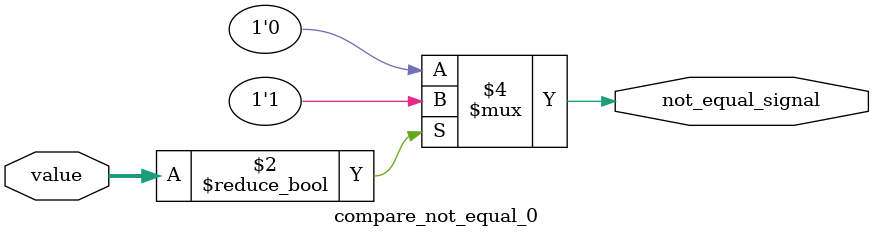
<source format=v>
`timescale 1ns / 1ps



// Slot 2 of the long instruction
//opcode (1) - (=1 if load new address)
//base_addr_read_IB     (8)
//base_addr_read_KSP    (8)
//base_addr_write_OSP   (8)
//base_addr_read_OSP    (8)
//base_addr_write_OB    (8)
//base_addr_read_OB     (8)
//base_addr_read_BSP    (8)
//base_addr_write_FCSP  (8)
//base_addr_read_FCSP   (8)

// Manual
// Step 1: Set break point (sbp)
// Step 2: Set offset (sof)
// Step 3: Set iteration (sit)
// Step 4: Run

module agu #(
    parameter SCRATCHPAD_SIZE = 64
)(
    // INPUT
    input wire clk,
    input wire rst,
    input wire run_en,
    input wire sit_en,
    input wire sbp_en,
    input wire sof_en,
    input wire [8:0] offset,
    input wire [8:0] PC,
    
    input wire new_base_addr,
    input wire [$clog2(SCRATCHPAD_SIZE)-1:0] base_addr_read_IB,
    input wire [$clog2(SCRATCHPAD_SIZE)-1:0] base_addr_read_KSP,
    input wire [$clog2(SCRATCHPAD_SIZE)-1:0] base_addr_write_OSP,
    input wire [$clog2(SCRATCHPAD_SIZE)-1:0] base_addr_read_OSP,
    input wire [$clog2(SCRATCHPAD_SIZE)-1:0] base_addr_write_OB,
    input wire [$clog2(SCRATCHPAD_SIZE)-1:0] base_addr_read_OB,
    input wire [$clog2(SCRATCHPAD_SIZE)-1:0] base_addr_read_BSP,
    input wire [$clog2(SCRATCHPAD_SIZE)-1:0] base_addr_write_FCSP,
    input wire [$clog2(SCRATCHPAD_SIZE)-1:0] base_addr_read_FCSP,
    
    // OUTPUT
    output wire [$clog2(SCRATCHPAD_SIZE)-1:0] addr_read_IB,
    output wire [$clog2(SCRATCHPAD_SIZE)-1:0] addr_read_KSP,
    output wire [$clog2(SCRATCHPAD_SIZE)-1:0] addr_write_OSP,
    output wire [$clog2(SCRATCHPAD_SIZE)-1:0] addr_read_OSP,
    output wire [$clog2(SCRATCHPAD_SIZE)-1:0] addr_write_OB,
    output wire [$clog2(SCRATCHPAD_SIZE)-1:0] addr_read_OB,
    output wire [$clog2(SCRATCHPAD_SIZE)-1:0] addr_read_BSP,
    output wire [$clog2(SCRATCHPAD_SIZE)-1:0] addr_write_FCSP,
    output wire [$clog2(SCRATCHPAD_SIZE)-1:0] addr_read_FCSP,
    
    output reg select_next_PC,
    output wire [8:0] PC_start,
    output reg n_active
);
    
    reg [$clog2(SCRATCHPAD_SIZE)-1:0] IB_read_reg;
    reg [$clog2(SCRATCHPAD_SIZE)-1:0] KSP_read_reg;
    reg [$clog2(SCRATCHPAD_SIZE)-1:0] OSP_write_reg;
    reg [$clog2(SCRATCHPAD_SIZE)-1:0] OSP_read_reg;
    reg [$clog2(SCRATCHPAD_SIZE)-1:0] OB_write_reg;
    reg [$clog2(SCRATCHPAD_SIZE)-1:0] OB_read_reg;
    reg [$clog2(SCRATCHPAD_SIZE)-1:0] BSP_read_reg;
    reg [$clog2(SCRATCHPAD_SIZE)-1:0] FCSP_write_reg;
    reg [$clog2(SCRATCHPAD_SIZE)-1:0] FCSP_read_reg;
    
    reg [8:0] flag;
    reg [8:0] iteration;
    reg [8:0] pc_loop;
    reg [8:0] pc_start;
    wire not_equal_signal;
    wire [8:0] select;
    wire [$clog2(SCRATCHPAD_SIZE)-1:0] new_address_read_IB;
    wire [$clog2(SCRATCHPAD_SIZE)-1:0] new_address_read_KSP;
    wire [$clog2(SCRATCHPAD_SIZE)-1:0] new_address_write_OSP;
    wire [$clog2(SCRATCHPAD_SIZE)-1:0] new_address_read_OSP;
    wire [$clog2(SCRATCHPAD_SIZE)-1:0] new_address_write_OB;
    wire [$clog2(SCRATCHPAD_SIZE)-1:0] new_address_read_OB;
    wire [$clog2(SCRATCHPAD_SIZE)-1:0] new_address_read_BSP;
    wire [$clog2(SCRATCHPAD_SIZE)-1:0] new_address_write_FCSP;
    wire [$clog2(SCRATCHPAD_SIZE)-1:0] new_address_read_FCSP;
    wire enable_counter;
    assign addr_read_IB = IB_read_reg;
    assign addr_read_KSP = KSP_read_reg;
    assign addr_write_OSP = OSP_write_reg;
    assign addr_read_OSP = OSP_read_reg;
    assign addr_write_OB = OB_write_reg;
    assign addr_read_OB = OB_read_reg;
    assign addr_read_BSP = BSP_read_reg;
    assign addr_write_FCSP = FCSP_write_reg;
    assign addr_read_FCSP = FCSP_read_reg;
//    reg [7:0] bufadd;
    reg iter_end;
    reg not_add_new;
    reg [7:0] add_buf;
    always @(posedge clk or posedge rst) begin
        if(rst) begin
            flag <= 0;
            pc_loop <= 0;
            iteration <= 0;
            pc_start <= 0;
            not_add_new <= 0;
//            iter_end <= 0;
            add_buf <= 0;
            n_active <= 0;
            iter_end = 0;
        end
        
        else if(iteration == 0 && (PC == pc_loop)) add_buf = 0;

        
        // set flag
        else if(sof_en) begin
            flag <= offset; 
            n_active <= 1;
        end
        // turn off flag when finish counting
        else if(run_en && not_equal_signal == 0) begin
            flag <= 0; //reset after finishing loop
            n_active <= 1;
        end
        // set pc loop
        else if(sbp_en) begin
            pc_start <= PC + 3;
            pc_loop <= PC + 3 + offset; 
            n_active <= 1;
        end
        // set iteration
        else if(sit_en) begin
            iteration <= offset; 
            n_active <= 1;
        end
        // run counter
        else if(run_en) 
            if(pc_loop - 2 == PC) n_active <= 1;
//            else n_active = 0;
            
            else begin            
                n_active <= 0;
                if(iteration > 0 && reach_bp) begin
                    iteration = iteration - 1; 
                    add_buf = add_buf + 1;
                    not_add_new = 1;
//                    if(iteration == 0 && !n_active) iter_end = 1;
//                    else if(iteration == 0 && n_active) iter_end = 0;
                end
                else if(iteration == 0) begin
                    not_add_new = 0;
//                    add_buf = 0;
                end
            end
            
        else n_active = 0;
    end
//    always @(posedge clk or posedge rst) begin
//        if(rst) iter_end = 0;
//        else begin
//            if(iteration == 0 && (PC == pc_loop)) iter_end = 1;
//            else iter_end = 0;
//        end
//    end
    // compare (Not equal block)
    compare_not_equal_0 cmp(.value(iteration), .not_equal_signal(not_equal_signal)); 
    
    
    // create select offset signal for adder
    assign select = flag & {9{not_equal_signal}};
    
    // select source to write address register
    adder #(.SCRATCHPAD_SIZE(SCRATCHPAD_SIZE)) a0(IB_read_reg   , base_addr_read_IB   , new_base_addr, select[0], new_address_read_IB   , reach_bp, not_add_new, iter_end, add_buf);
    adder #(.SCRATCHPAD_SIZE(SCRATCHPAD_SIZE)) a1(KSP_read_reg  , base_addr_read_KSP  , new_base_addr, select[1], new_address_read_KSP  , reach_bp, not_add_new, iter_end, add_buf);
    adder #(.SCRATCHPAD_SIZE(SCRATCHPAD_SIZE)) a2(OSP_write_reg , base_addr_write_OSP , new_base_addr, select[2], new_address_write_OSP , reach_bp, not_add_new, iter_end, add_buf);
    adder #(.SCRATCHPAD_SIZE(SCRATCHPAD_SIZE)) a3(OSP_read_reg  , base_addr_read_OSP  , new_base_addr, select[3], new_address_read_OSP  , reach_bp, not_add_new, iter_end, add_buf);
    adder #(.SCRATCHPAD_SIZE(SCRATCHPAD_SIZE)) a4(OB_write_reg  , base_addr_write_OB  , new_base_addr, select[4], new_address_write_OB  , reach_bp, not_add_new, iter_end, add_buf);
    adder #(.SCRATCHPAD_SIZE(SCRATCHPAD_SIZE)) a5(OB_read_reg   , base_addr_read_OB   , new_base_addr, select[5], new_address_read_OB   , reach_bp, not_add_new, iter_end, add_buf);
    adder #(.SCRATCHPAD_SIZE(SCRATCHPAD_SIZE)) a6(BSP_read_reg  , base_addr_read_BSP  , new_base_addr, select[6], new_address_read_BSP  , reach_bp, not_add_new, iter_end, add_buf);
    adder #(.SCRATCHPAD_SIZE(SCRATCHPAD_SIZE)) a7(FCSP_write_reg, base_addr_write_FCSP, new_base_addr, select[7], new_address_write_FCSP, reach_bp, not_add_new, iter_end, add_buf);
    adder #(.SCRATCHPAD_SIZE(SCRATCHPAD_SIZE)) a8(FCSP_read_reg , base_addr_read_FCSP , new_base_addr, select[8], new_address_read_FCSP , reach_bp, not_add_new, iter_end, add_buf);
    
//    wire [$clog2(SCRATCHPAD_SIZE)-1:0] new_address_write_OSP_temp1;
//    wire [$clog2(SCRATCHPAD_SIZE)-1:0] new_address_write_OSP_temp2;
//    assign new_address_write_OSP_temp1 = ~new_address_write_OSP;
//    assign new_address_write_OSP_temp2 = ~new_address_write_OSP_temp1;
    // Store addition result into register
    always @(posedge clk or posedge rst) begin
        if(rst) begin
            IB_read_reg = 0;
            KSP_read_reg = 0;
            OSP_write_reg = 0;
            OSP_read_reg = 0;
            OB_write_reg = 0;
            OB_read_reg = 0;
            BSP_read_reg = 0;
            FCSP_write_reg = 0;
            FCSP_read_reg = 0;
        end
        else begin
            IB_read_reg = new_address_read_IB;
            KSP_read_reg = new_address_read_KSP;
            OSP_write_reg = new_address_write_OSP;
            OSP_read_reg = new_address_read_OSP;
            OB_write_reg = new_address_write_OB;
            OB_read_reg = new_address_read_OB;
            BSP_read_reg = new_address_read_BSP;
            FCSP_write_reg = new_address_write_FCSP;
            FCSP_read_reg = new_address_read_FCSP;
        end
    end
    
    // Create select PC signal
    // If select_next_PC = 0 (counter was not set) -> PC = PC + 1
    // If select_next_PC = 1 (counter was set) PC = PC_loop
    assign PC_start = pc_start; 

    assign reach_bp = (pc_loop - 1  == PC && iteration != 0) ? 1 : 0;
//    assign select_next_PC = (reach_bp == 0)? 0 : 1;
    always @(posedge clk or posedge rst) begin
        if(rst) select_next_PC = 1;
        else if(reach_bp == 0 | iteration == 0) select_next_PC = 0;
        else select_next_PC = 1;
    end
    
endmodule

//==============================================================================
module adder #(
    parameter SCRATCHPAD_SIZE = 64
)(
    input wire [$clog2(SCRATCHPAD_SIZE)-1:0] current_address,   //Current address stored in register
    input wire [$clog2(SCRATCHPAD_SIZE)-1:0] new_address,       //Base address users want to write
    input wire sl_addr,
    input wire sl_offset,
    output [$clog2(SCRATCHPAD_SIZE)-1:0] addr_write,
    input wire reach_bp,
    input wire not_add_new,
    input wire iter_end,
    input wire [7:0] add_buf
);
    reg [$clog2(SCRATCHPAD_SIZE)-1:0] addr;
    always @(*) begin
        if(sl_addr == 0) addr = current_address;
        else addr = new_address;        
    end
    assign addr_write = (iter_end == 1) ? 0 : (sl_offset) ? addr + add_buf : addr; 
endmodule

//==============================================================================


module compare_not_equal_0(
    input wire [8:0] value,
    output reg not_equal_signal
);
    always @(*) begin
        if(value != 0) not_equal_signal = 1;
        else not_equal_signal = 0;
    end
endmodule


</source>
